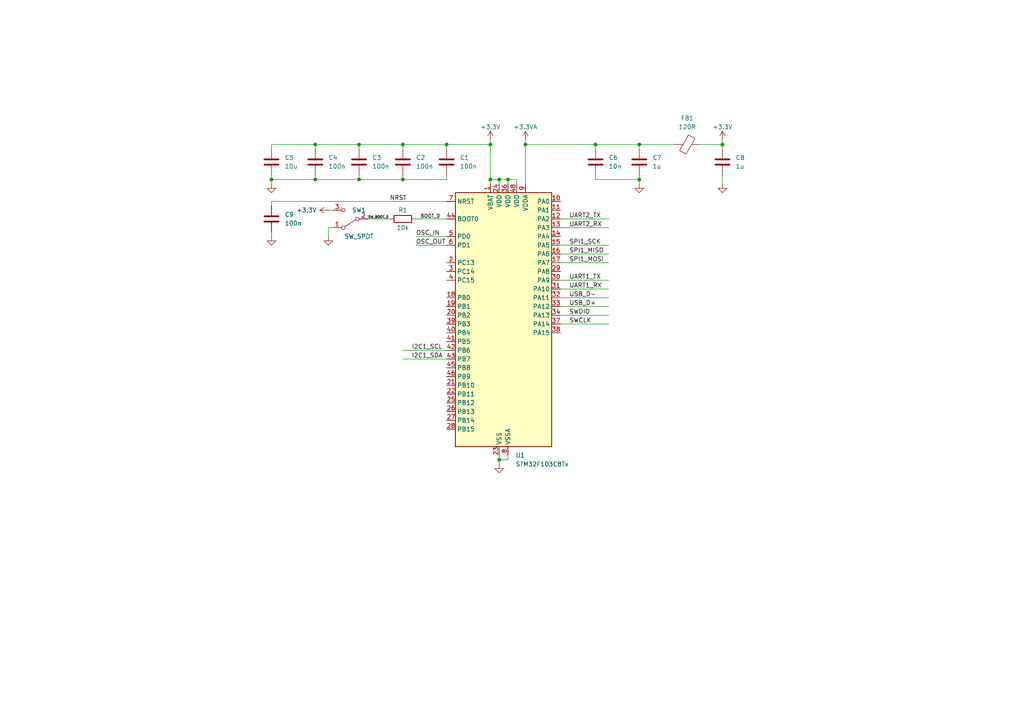
<source format=kicad_sch>
(kicad_sch (version 20230121) (generator eeschema)
  (paper "A4")
  (lib_symbols
    (symbol "Device:C" (pin_numbers hide) (pin_names (offset 0.254))
      (property "Reference" "C" (at 0.635 2.54 0))
      (property "Value" "C" (at 0.635 -2.54 0))
      (symbol "C_0_1"
        (polyline (pts (xy -2.032 -0.762) (xy 2.032 -0.762)) (stroke (width 0.508)))
        (polyline (pts (xy -2.032 0.762) (xy 2.032 0.762)) (stroke (width 0.508)))
      )
      (symbol "C_1_1"
        (pin passive line (at 0 3.81 270) (length 2.794) (name "~") (number "1"))
        (pin passive line (at 0 -3.81 90) (length 2.794) (name "~") (number "2"))
      )
    )
    (symbol "Device:FerriteBead" (pin_numbers hide) (pin_names (offset 0))
      (property "Reference" "FB" (at -3.81 0.635 90))
      (property "Value" "FerriteBead" (at 3.81 0 90))
      (symbol "FerriteBead_0_1"
        (polyline (pts (xy 0 -1.27) (xy 0 -1.2192)))
        (polyline (pts (xy 0 1.27) (xy 0 1.2954)))
        (polyline (pts (xy -2.7686 0.4064) (xy -1.7018 2.2606) (xy 2.7686 -0.3048) (xy 1.6764 -2.159) (xy -2.7686 0.4064)))
      )
      (symbol "FerriteBead_1_1"
        (pin passive line (at 0 3.81 270) (length 2.54) (name "~") (number "1"))
        (pin passive line (at 0 -3.81 90) (length 2.54) (name "~") (number "2"))
      )
    )
    (symbol "Device:R" (pin_numbers hide) (pin_names (offset 0))
      (property "Reference" "R" (at 2.032 0 90))
      (property "Value" "R" (at 0 0 90))
      (symbol "R_0_1"
        (rectangle (start -1.016 -2.54) (end 1.016 2.54) (stroke (width 0.254)))
      )
      (symbol "R_1_1"
        (pin passive line (at 0 3.81 270) (length 1.27) (name "~") (number "1"))
        (pin passive line (at 0 -3.81 90) (length 1.27) (name "~") (number "2"))
      )
    )
    (symbol "MCU_ST_STM32F1:STM32F103C8Tx"
      (property "Reference" "U" (at -12.7 39.37 0))
      (property "Value" "STM32F103C8Tx" (at 10.16 39.37 0))
      (symbol "STM32F103C8Tx_0_1"
        (rectangle (start -12.7 -35.56) (end 15.24 38.1) (stroke (width 0.254)) (fill (type background)))
      )
      (symbol "STM32F103C8Tx_1_1"
        (pin power_in line (at -2.54 40.64 270) (length 2.54) (name "VBAT") (number "1"))
        (pin bidirectional line (at 17.78 35.56 180) (length 2.54) (name "PA0") (number "10"))
        (pin bidirectional line (at 17.78 33.02 180) (length 2.54) (name "PA1") (number "11"))
        (pin bidirectional line (at 17.78 30.48 180) (length 2.54) (name "PA2") (number "12"))
        (pin bidirectional line (at 17.78 27.94 180) (length 2.54) (name "PA3") (number "13"))
        (pin bidirectional line (at 17.78 25.4 180) (length 2.54) (name "PA4") (number "14"))
        (pin bidirectional line (at 17.78 22.86 180) (length 2.54) (name "PA5") (number "15"))
        (pin bidirectional line (at 17.78 20.32 180) (length 2.54) (name "PA6") (number "16"))
        (pin bidirectional line (at 17.78 17.78 180) (length 2.54) (name "PA7") (number "17"))
        (pin bidirectional line (at -15.24 7.62 0) (length 2.54) (name "PB0") (number "18"))
        (pin bidirectional line (at -15.24 5.08 0) (length 2.54) (name "PB1") (number "19"))
        (pin bidirectional line (at -15.24 17.78 0) (length 2.54) (name "PC13") (number "2"))
        (pin bidirectional line (at -15.24 2.54 0) (length 2.54) (name "PB2") (number "20"))
        (pin bidirectional line (at -15.24 -17.78 0) (length 2.54) (name "PB10") (number "21"))
        (pin bidirectional line (at -15.24 -20.32 0) (length 2.54) (name "PB11") (number "22"))
        (pin power_in line (at 0 -38.1 90) (length 2.54) (name "VSS") (number "23"))
        (pin power_in line (at 0 40.64 270) (length 2.54) (name "VDD") (number "24"))
        (pin bidirectional line (at -15.24 -22.86 0) (length 2.54) (name "PB12") (number "25"))
        (pin bidirectional line (at -15.24 -25.4 0) (length 2.54) (name "PB13") (number "26"))
        (pin bidirectional line (at -15.24 -27.94 0) (length 2.54) (name "PB14") (number "27"))
        (pin bidirectional line (at -15.24 -30.48 0) (length 2.54) (name "PB15") (number "28"))
        (pin bidirectional line (at 17.78 15.24 180) (length 2.54) (name "PA8") (number "29"))
        (pin bidirectional line (at -15.24 15.24 0) (length 2.54) (name "PC14") (number "3"))
        (pin bidirectional line (at 17.78 12.7 180) (length 2.54) (name "PA9") (number "30"))
        (pin bidirectional line (at 17.78 10.16 180) (length 2.54) (name "PA10") (number "31"))
        (pin bidirectional line (at 17.78 7.62 180) (length 2.54) (name "PA11") (number "32"))
        (pin bidirectional line (at 17.78 5.08 180) (length 2.54) (name "PA12") (number "33"))
        (pin bidirectional line (at 17.78 2.54 180) (length 2.54) (name "PA13") (number "34"))
        (pin passive line (at 0 -38.1 90) (length 2.54) hide (name "VSS") (number "35"))
        (pin power_in line (at 2.54 40.64 270) (length 2.54) (name "VDD") (number "36"))
        (pin bidirectional line (at 17.78 0 180) (length 2.54) (name "PA14") (number "37"))
        (pin bidirectional line (at 17.78 -2.54 180) (length 2.54) (name "PA15") (number "38"))
        (pin bidirectional line (at -15.24 0 0) (length 2.54) (name "PB3") (number "39"))
        (pin bidirectional line (at -15.24 12.7 0) (length 2.54) (name "PC15") (number "4"))
        (pin bidirectional line (at -15.24 -2.54 0) (length 2.54) (name "PB4") (number "40"))
        (pin bidirectional line (at -15.24 -5.08 0) (length 2.54) (name "PB5") (number "41"))
        (pin bidirectional line (at -15.24 -7.62 0) (length 2.54) (name "PB6") (number "42"))
        (pin bidirectional line (at -15.24 -10.16 0) (length 2.54) (name "PB7") (number "43"))
        (pin input line (at -15.24 30.48 0) (length 2.54) (name "BOOT0") (number "44"))
        (pin bidirectional line (at -15.24 -12.7 0) (length 2.54) (name "PB8") (number "45"))
        (pin bidirectional line (at -15.24 -15.24 0) (length 2.54) (name "PB9") (number "46"))
        (pin passive line (at 0 -38.1 90) (length 2.54) hide (name "VSS") (number "47"))
        (pin power_in line (at 5.08 40.64 270) (length 2.54) (name "VDD") (number "48"))
        (pin bidirectional line (at -15.24 25.4 0) (length 2.54) (name "PD0") (number "5"))
        (pin bidirectional line (at -15.24 22.86 0) (length 2.54) (name "PD1") (number "6"))
        (pin input line (at -15.24 35.56 0) (length 2.54) (name "NRST") (number "7"))
        (pin power_in line (at 2.54 -38.1 90) (length 2.54) (name "VSSA") (number "8"))
        (pin power_in line (at 7.62 40.64 270) (length 2.54) (name "VDDA") (number "9"))
      )
    )
    (symbol "Switch:SW_SPDT" (pin_names (offset 0) hide)
      (property "Reference" "SW" (at 0 4.318 0))
      (property "Value" "SW_SPDT" (at 0 -5.08 0))
      (symbol "SW_SPDT_0_0"
        (circle (center -2.032 0) (radius 0.508))
        (circle (center 2.032 -2.54) (radius 0.508))
      )
      (symbol "SW_SPDT_0_1"
        (polyline (pts (xy -1.524 0.254) (xy 1.651 2.286)))
        (circle (center 2.032 2.54) (radius 0.508))
      )
      (symbol "SW_SPDT_1_1"
        (pin passive line (at 5.08 2.54 180) (length 2.54) (name "A") (number "1"))
        (pin passive line (at -5.08 0 0) (length 2.54) (name "B") (number "2"))
        (pin passive line (at 5.08 -2.54 180) (length 2.54) (name "C") (number "3"))
      )
    )
    (symbol "power:+3.3V" (power) (pin_names (offset 0))
      (property "Value" "+3.3V" (at 0 3.556 0))
      (symbol "+3.3V_0_1"
        (polyline (pts (xy -0.762 1.27) (xy 0 2.54)))
        (polyline (pts (xy 0 0) (xy 0 2.54)))
        (polyline (pts (xy 0 2.54) (xy 0.762 1.27)))
      )
      (symbol "+3.3V_1_1"
        (pin power_in line (at 0 0 90) (length 0) hide (name "+3.3V") (number "1"))
      )
    )
    (symbol "power:+3.3VA" (power) (pin_names (offset 0))
      (property "Value" "+3.3VA" (at 0 3.556 0))
      (symbol "+3.3VA_0_1"
        (polyline (pts (xy -0.762 1.27) (xy 0 2.54)))
        (polyline (pts (xy 0 0) (xy 0 2.54)))
        (polyline (pts (xy 0 2.54) (xy 0.762 1.27)))
      )
      (symbol "+3.3VA_1_1"
        (pin power_in line (at 0 0 90) (length 0) hide (name "+3.3VA") (number "1"))
      )
    )
    (symbol "power:GND" (power) (pin_names (offset 0))
      (property "Value" "GND" (at 0 -3.81 0))
      (symbol "GND_0_1"
        (polyline (pts (xy 0 0) (xy 0 -1.27) (xy 1.27 -1.27) (xy 0 -2.54) (xy -1.27 -1.27) (xy 0 -1.27)))
      )
      (symbol "GND_1_1"
        (pin power_in line (at 0 0 270) (length 0) hide (name "GND") (number "1"))
      )
    )
  )
  (junction (at 172.72 41.91))
  (junction (at 129.54 41.91))
  (junction (at 144.78 52.07))
  (junction (at 116.84 52.07))
  (junction (at 91.44 52.07))
  (junction (at 185.42 52.07))
  (junction (at 104.14 52.07))
  (junction (at 185.42 41.91))
  (junction (at 78.74 52.07))
  (junction (at 209.55 41.91))
  (junction (at 152.4 41.91))
  (junction (at 142.24 52.07))
  (junction (at 144.78 133.35))
  (junction (at 142.24 41.91))
  (junction (at 116.84 41.91))
  (junction (at 104.14 41.91))
  (junction (at 91.44 41.91))
  (junction (at 147.32 52.07))
  (wire (pts (xy 142.24 52.07) (xy 144.78 52.07)))
  (wire (pts (xy 104.14 41.91) (xy 116.84 41.91)))
  (wire (pts (xy 78.74 43.18) (xy 78.74 41.91)))
  (wire (pts (xy 144.78 133.35) (xy 144.78 134.62)))
  (wire (pts (xy 91.44 52.07) (xy 78.74 52.07)))
  (wire (pts (xy 147.32 52.07) (xy 147.32 53.34)))
  (wire (pts (xy 78.74 67.31) (xy 78.74 68.58)))
  (wire (pts (xy 162.56 71.12) (xy 176.53 71.12)))
  (wire (pts (xy 152.4 40.64) (xy 152.4 41.91)))
  (wire (pts (xy 144.78 52.07) (xy 144.78 53.34)))
  (wire (pts (xy 120.65 68.58) (xy 129.54 68.58)))
  (wire (pts (xy 147.32 133.35) (xy 144.78 133.35)))
  (wire (pts (xy 185.42 50.8) (xy 185.42 52.07)))
  (wire (pts (xy 162.56 83.82) (xy 176.53 83.82)))
  (wire (pts (xy 142.24 41.91) (xy 142.24 52.07)))
  (wire (pts (xy 162.56 86.36) (xy 176.53 86.36)))
  (wire (pts (xy 129.54 52.07) (xy 116.84 52.07)))
  (wire (pts (xy 78.74 52.07) (xy 78.74 53.34)))
  (wire (pts (xy 106.68 63.5) (xy 113.03 63.5)))
  (wire (pts (xy 104.14 50.8) (xy 104.14 52.07)))
  (wire (pts (xy 120.65 71.12) (xy 129.54 71.12)))
  (wire (pts (xy 162.56 93.98) (xy 176.53 93.98)))
  (wire (pts (xy 78.74 41.91) (xy 91.44 41.91)))
  (wire (pts (xy 209.55 40.64) (xy 209.55 41.91)))
  (wire (pts (xy 185.42 41.91) (xy 195.58 41.91)))
  (wire (pts (xy 144.78 132.08) (xy 144.78 133.35)))
  (wire (pts (xy 78.74 59.69) (xy 78.74 58.42)))
  (wire (pts (xy 162.56 88.9) (xy 176.53 88.9)))
  (wire (pts (xy 152.4 41.91) (xy 152.4 53.34)))
  (wire (pts (xy 104.14 52.07) (xy 91.44 52.07)))
  (wire (pts (xy 96.52 66.04) (xy 95.25 66.04)))
  (wire (pts (xy 116.84 50.8) (xy 116.84 52.07)))
  (wire (pts (xy 104.14 41.91) (xy 104.14 43.18)))
  (wire (pts (xy 172.72 52.07) (xy 185.42 52.07)))
  (wire (pts (xy 142.24 52.07) (xy 142.24 53.34)))
  (wire (pts (xy 162.56 66.04) (xy 176.53 66.04)))
  (wire (pts (xy 129.54 43.18) (xy 129.54 41.91)))
  (wire (pts (xy 203.2 41.91) (xy 209.55 41.91)))
  (wire (pts (xy 95.25 66.04) (xy 95.25 68.58)))
  (wire (pts (xy 152.4 41.91) (xy 172.72 41.91)))
  (wire (pts (xy 162.56 76.2) (xy 176.53 76.2)))
  (wire (pts (xy 91.44 50.8) (xy 91.44 52.07)))
  (wire (pts (xy 95.25 60.96) (xy 96.52 60.96)))
  (wire (pts (xy 162.56 81.28) (xy 176.53 81.28)))
  (wire (pts (xy 147.32 132.08) (xy 147.32 133.35)))
  (wire (pts (xy 78.74 58.42) (xy 129.54 58.42)))
  (wire (pts (xy 209.55 41.91) (xy 209.55 43.18)))
  (wire (pts (xy 162.56 91.44) (xy 176.53 91.44)))
  (wire (pts (xy 185.42 52.07) (xy 185.42 53.34)))
  (wire (pts (xy 185.42 43.18) (xy 185.42 41.91)))
  (wire (pts (xy 129.54 50.8) (xy 129.54 52.07)))
  (wire (pts (xy 162.56 63.5) (xy 176.53 63.5)))
  (wire (pts (xy 116.84 52.07) (xy 104.14 52.07)))
  (wire (pts (xy 162.56 73.66) (xy 176.53 73.66)))
  (wire (pts (xy 142.24 40.64) (xy 142.24 41.91)))
  (wire (pts (xy 172.72 50.8) (xy 172.72 52.07)))
  (wire (pts (xy 78.74 50.8) (xy 78.74 52.07)))
  (wire (pts (xy 144.78 52.07) (xy 147.32 52.07)))
  (wire (pts (xy 209.55 50.8) (xy 209.55 53.34)))
  (wire (pts (xy 120.65 63.5) (xy 129.54 63.5)))
  (wire (pts (xy 172.72 41.91) (xy 185.42 41.91)))
  (wire (pts (xy 91.44 41.91) (xy 104.14 41.91)))
  (wire (pts (xy 147.32 52.07) (xy 149.86 52.07)))
  (wire (pts (xy 172.72 41.91) (xy 172.72 43.18)))
  (wire (pts (xy 116.84 104.14) (xy 129.54 104.14)))
  (wire (pts (xy 149.86 52.07) (xy 149.86 53.34)))
  (wire (pts (xy 116.84 101.6) (xy 129.54 101.6)))
  (wire (pts (xy 129.54 41.91) (xy 142.24 41.91)))
  (wire (pts (xy 116.84 41.91) (xy 129.54 41.91)))
  (wire (pts (xy 116.84 41.91) (xy 116.84 43.18)))
  (wire (pts (xy 91.44 41.91) (xy 91.44 43.18)))
  (label "SPI1_MISO" (at 165.1 73.66 0))
  (label "UART1_TX" (at 165.1 81.28 0))
  (label "OSC_IN" (at 120.65 68.58 0))
  (label "USB_D-" (at 165.1 86.36 0))
  (label "UART2_RX" (at 165.1 66.04 0))
  (label "UART2_TX" (at 165.1 63.5 0))
  (label "SPI1_MOSI" (at 165.1 76.2 0))
  (label "SPI1_SCK" (at 165.1 71.12 0))
  (label "SW_BOOT_0" (at 106.68 63.5 0) (effects (font (size 0.7 0.7))))
  (label "SWDIO" (at 165.1 91.44 0))
  (label "I2C1_SDA" (at 119.38 104.14 0))
  (label "SWCLK" (at 165.1 93.98 0))
  (label "OSC_OUT" (at 120.65 71.12 0))
  (label "I2C1_SCL" (at 119.38 101.6 0))
  (label "USB_D+" (at 165.1 88.9 0))
  (label "NRST" (at 113.03 58.42 0))
  (label "UART1_RX" (at 165.1 83.82 0))
  (label "BOOT_0" (at 121.92 63.5 0) (effects (font (size 1 1))))
  (symbol (lib_id "power:+3.3V") (at 142.24 40.64 0) (unit 1)
    (property "Reference" "#PWR02" (effects hide))
    (property "Value" "+3.3V" (at 142.24 36.83 0))
  )
  (symbol (lib_id "Device:C") (at 116.84 46.99 0) (unit 1)
    (property "Reference" "C2" (at 120.65 45.72 0) (effects (justify left)))
    (property "Value" "100n" (at 120.65 48.26 0) (effects (justify left)))
  )
  (symbol (lib_id "power:GND") (at 185.42 53.34 0) (unit 1)
    (property "Reference" "#PWR05" (effects hide))
    (property "Value" "GND" (effects hide))
  )
  (symbol (lib_id "power:GND") (at 144.78 134.62 0) (unit 1)
    (property "Reference" "#PWR01" (effects hide))
    (property "Value" "GND" (effects hide))
  )
  (symbol (lib_id "Device:C") (at 172.72 46.99 0) (unit 1)
    (property "Reference" "C6" (at 176.53 45.72 0) (effects (justify left)))
    (property "Value" "10n" (at 176.53 48.26 0) (effects (justify left)))
  )
  (symbol (lib_id "Device:C") (at 104.14 46.99 0) (unit 1)
    (property "Reference" "C3" (at 107.95 45.72 0) (effects (justify left)))
    (property "Value" "100n" (at 107.95 48.26 0) (effects (justify left)))
  )
  (symbol (lib_id "power:GND") (at 78.74 53.34 0) (unit 1)
    (property "Reference" "#PWR03" (effects hide))
    (property "Value" "GND" (effects hide))
  )
  (symbol (lib_id "Switch:SW_SPDT") (at 101.6 63.5 180) (unit 1)
    (property "Reference" "SW1" (at 104.14 60.96 0))
    (property "Value" "SW_SPDT" (at 104.14 68.58 0))
  )
  (symbol (lib_id "Device:C") (at 185.42 46.99 0) (unit 1)
    (property "Reference" "C7" (at 189.23 45.72 0) (effects (justify left)))
    (property "Value" "1u" (at 189.23 48.26 0) (effects (justify left)))
  )
  (symbol (lib_id "Device:C") (at 209.55 46.99 0) (unit 1)
    (property "Reference" "C8" (at 213.36 45.72 0) (effects (justify left)))
    (property "Value" "1u" (at 213.36 48.26 0) (effects (justify left)))
  )
  (symbol (lib_id "Device:FerriteBead") (at 199.39 41.91 90) (unit 1)
    (property "Reference" "FB1" (at 199.3392 34.29 90))
    (property "Value" "120R" (at 199.3392 36.83 90))
  )
  (symbol (lib_id "power:GND") (at 95.25 68.58 0) (unit 1)
    (property "Reference" "#PWR09" (effects hide))
    (property "Value" "GND" (effects hide))
  )
  (symbol (lib_id "Device:C") (at 129.54 46.99 0) (unit 1)
    (property "Reference" "C1" (at 133.35 45.72 0) (effects (justify left)))
    (property "Value" "100n" (at 133.35 48.26 0) (effects (justify left)))
  )
  (symbol (lib_id "Device:C") (at 91.44 46.99 0) (unit 1)
    (property "Reference" "C4" (at 95.25 45.72 0) (effects (justify left)))
    (property "Value" "100n" (at 95.25 48.26 0) (effects (justify left)))
  )
  (symbol (lib_id "Device:C") (at 78.74 46.99 0) (unit 1)
    (property "Reference" "C5" (at 82.55 45.72 0) (effects (justify left)))
    (property "Value" "10u" (at 82.55 48.26 0) (effects (justify left)))
  )
  (symbol (lib_id "Device:C") (at 78.74 63.5 0) (unit 1)
    (property "Reference" "C9" (at 82.55 62.23 0) (effects (justify left)))
    (property "Value" "100n" (at 82.55 64.77 0) (effects (justify left)))
  )
  (symbol (lib_id "power:+3.3VA") (at 152.4 40.64 0) (unit 1)
    (property "Reference" "#PWR04" (effects hide))
    (property "Value" "+3.3VA" (at 152.4 36.83 0))
  )
  (symbol (lib_id "power:+3.3V") (at 209.55 40.64 0) (unit 1)
    (property "Reference" "#PWR07" (effects hide))
    (property "Value" "+3.3V" (at 209.55 36.83 0))
  )
  (symbol (lib_id "MCU_ST_STM32F1:STM32F103C8Tx") (at 144.78 93.98 0) (unit 1)
    (property "Reference" "U1" (at 149.5141 132.08 0) (effects (justify left)))
    (property "Value" "STM32F103C8Tx" (at 149.5141 134.62 0) (effects (justify left)))
    (property "Footprint" "Package_QFP:LQFP-48_7x7mm_P0.5mm" (effects hide))
    (property "Datasheet" "https://www.st.com/resource/en/datasheet/stm32f103c8.pdf" (effects hide))
  )
  (symbol (lib_id "power:GND") (at 209.55 53.34 0) (unit 1)
    (property "Reference" "#PWR06" (effects hide))
    (property "Value" "GND" (effects hide))
  )
  (symbol (lib_id "power:+3.3V") (at 95.25 60.96 90) (unit 1)
    (property "Reference" "#PWR010" (effects hide))
    (property "Value" "+3.3V" (at 88.9 60.96 90))
  )
  (symbol (lib_id "Device:R") (at 116.84 63.5 90) (unit 1)
    (property "Reference" "R1" (at 116.84 60.96 90))
    (property "Value" "10k" (at 116.84 66.04 90))
  )
  (symbol (lib_id "power:GND") (at 78.74 68.58 0) (unit 1)
    (property "Reference" "#PWR08" (effects hide))
    (property "Value" "GND" (effects hide))
  )
)
</source>
